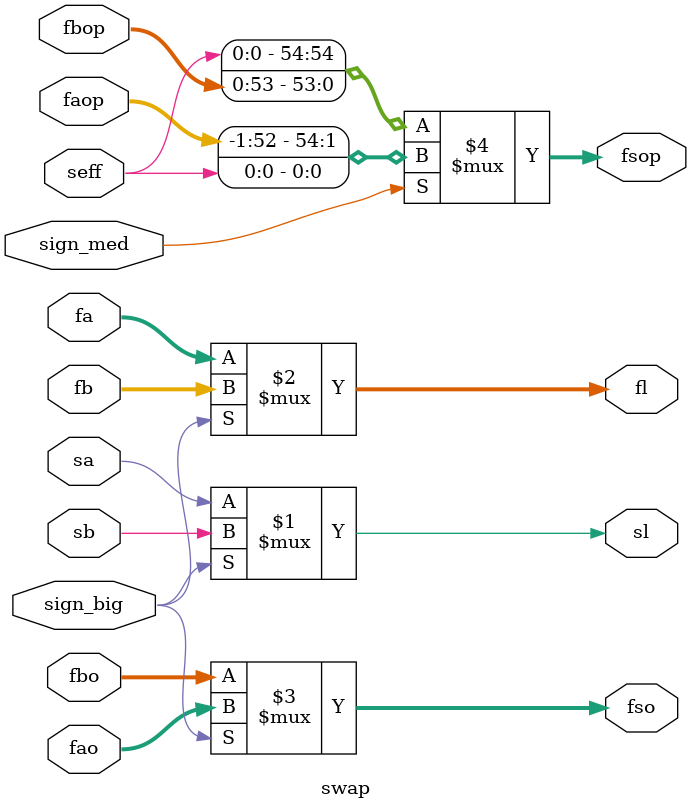
<source format=v>


module	swap 
	(
	// inputs:

	sa,
	sb,
	fa,
	fb,
	faop,
	fbop,
	fao,
	fbo,
	seff,		// efective sub
	sign_med,
	sign_big,

	// outputs:

	fsop,
	fso,
	fl,
	sl
	);

input		sa, sb;     
input	[0:52]	fa, fb;			// [0:52]     
input   [-1:52] faop ;
input   [0:53]  fbop ;

input	[0:52]	fao, fbo;		// [0:52]
input      	seff;
input		sign_med, sign_big;
output	[-1:53]	fsop;			// [-1:53]
output	[0:52]	fso;			// [0:52]
output	[0:52]	fl;			// [0:52]
output		sl;


wire sl ;

wire [0:52] fl ;
wire [0:52] fso ;
wire [-1:53] fsop ;

assign sl = sign_big ? sb : sa;

assign fl = sign_big ? fb : fa ;

assign fso = sign_big ? fao : fbo;

assign fsop = sign_med ? {faop, seff} : {seff, fbop};




endmodule 





</source>
